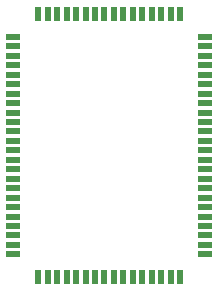
<source format=gbr>
G04 #@! TF.GenerationSoftware,KiCad,Pcbnew,(5.1.5)-3*
G04 #@! TF.CreationDate,2020-07-14T13:35:51-04:00*
G04 #@! TF.ProjectId,dmf_relay_board,646d665f-7265-46c6-9179-5f626f617264,rev?*
G04 #@! TF.SameCoordinates,Original*
G04 #@! TF.FileFunction,Paste,Top*
G04 #@! TF.FilePolarity,Positive*
%FSLAX46Y46*%
G04 Gerber Fmt 4.6, Leading zero omitted, Abs format (unit mm)*
G04 Created by KiCad (PCBNEW (5.1.5)-3) date 2020-07-14 13:35:51*
%MOMM*%
%LPD*%
G04 APERTURE LIST*
%ADD10R,1.300000X0.500000*%
%ADD11R,0.500000X1.300000*%
G04 APERTURE END LIST*
D10*
X162792000Y-123388000D03*
X162792000Y-124188000D03*
X162792000Y-124988000D03*
X162792000Y-125788000D03*
X162792000Y-126588000D03*
X162792000Y-127388000D03*
X162792000Y-128188000D03*
X162792000Y-128988000D03*
X162792000Y-129788000D03*
X162792000Y-130588000D03*
X162792000Y-131388000D03*
X162792000Y-132188000D03*
X162792000Y-132988000D03*
X162792000Y-133788000D03*
X162792000Y-134588000D03*
X162792000Y-135388000D03*
X162792000Y-136188000D03*
X162792000Y-136988000D03*
X162792000Y-137788000D03*
X162792000Y-138588000D03*
X162792000Y-139388000D03*
X162792000Y-140188000D03*
X162792000Y-140988000D03*
X162792000Y-141788000D03*
D11*
X164942000Y-143738000D03*
X165742000Y-143738000D03*
X166542000Y-143738000D03*
X167342000Y-143738000D03*
X168142000Y-143738000D03*
X168942000Y-143738000D03*
X169742000Y-143738000D03*
X170542000Y-143738000D03*
X171342000Y-143738000D03*
X172142000Y-143738000D03*
X172942000Y-143738000D03*
X173742000Y-143738000D03*
X174542000Y-143738000D03*
X175342000Y-143738000D03*
X176142000Y-143738000D03*
X176942000Y-143738000D03*
D10*
X179092000Y-141788000D03*
X179092000Y-140988000D03*
X179092000Y-140188000D03*
X179092000Y-139388000D03*
X179092000Y-138588000D03*
X179092000Y-137788000D03*
X179092000Y-136988000D03*
X179092000Y-136188000D03*
X179092000Y-135388000D03*
X179092000Y-134588000D03*
X179092000Y-133788000D03*
X179092000Y-132988000D03*
X179092000Y-132188000D03*
X179092000Y-131388000D03*
X179092000Y-130588000D03*
X179092000Y-129788000D03*
X179092000Y-128988000D03*
X179092000Y-128188000D03*
X179092000Y-127388000D03*
X179092000Y-126588000D03*
X179092000Y-125788000D03*
X179092000Y-124988000D03*
X179092000Y-124188000D03*
X179092000Y-123388000D03*
D11*
X176942000Y-121438000D03*
X176142000Y-121438000D03*
X175342000Y-121438000D03*
X174542000Y-121438000D03*
X173742000Y-121438000D03*
X172942000Y-121438000D03*
X172142000Y-121438000D03*
X171342000Y-121438000D03*
X170542000Y-121438000D03*
X169742000Y-121438000D03*
X168942000Y-121438000D03*
X168142000Y-121438000D03*
X167342000Y-121438000D03*
X166542000Y-121438000D03*
X165742000Y-121438000D03*
X164942000Y-121438000D03*
M02*

</source>
